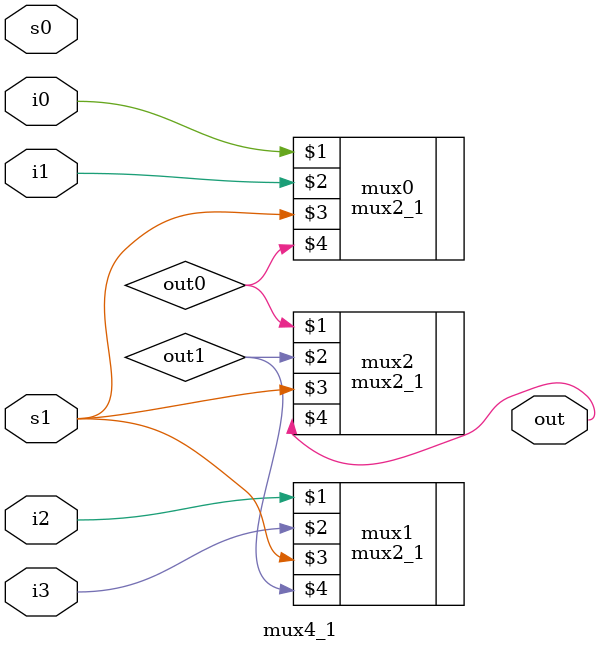
<source format=v>
module mux4_1 (
	input i0,
	input i1,
	input i2,
	input i3,
	input s0,
	input s1,	
	output out
);

wire out0;wire out1;

mux2_1 mux0 (i0,i1,s1,out0);
mux2_1 mux1 (i2,i3,s1,out1);

mux2_1 mux2 (out0,out1,s1,out);

endmodule
</source>
